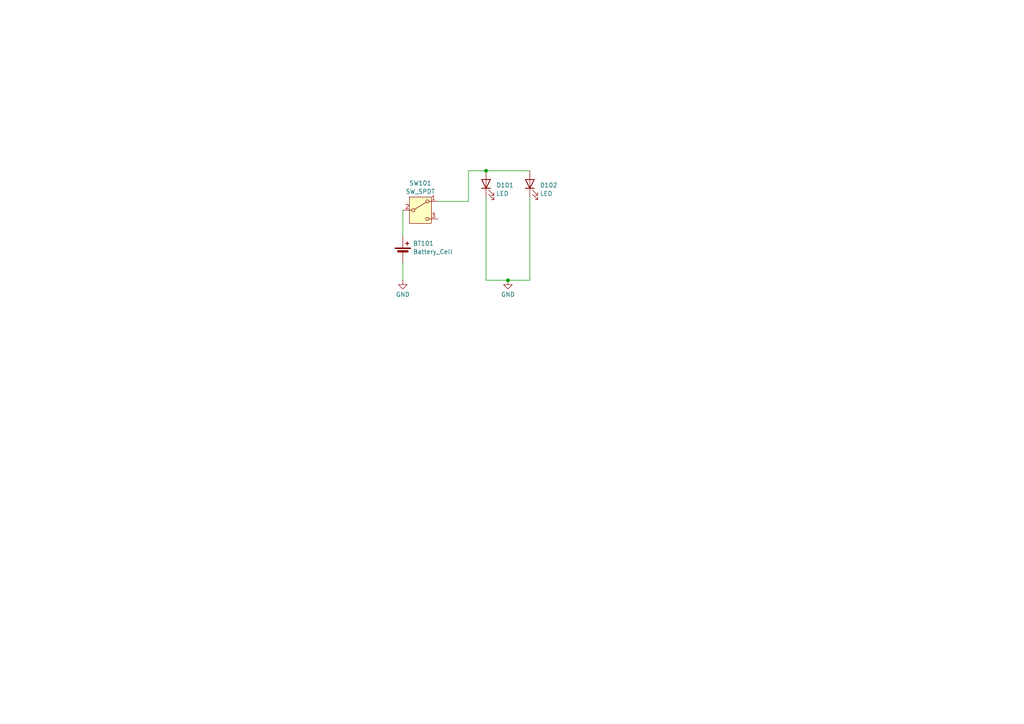
<source format=kicad_sch>
(kicad_sch (version 20231120) (generator "eeschema") (generator_version "8.0")
  (paper "A4")
  (title_block (title "${PROJECT-NAME}") (rev "${REVISION}"))
  (lib_symbols
    (symbol "Device:Battery_Cell" (pin_numbers hide) (pin_names (offset 0) hide)
      (property "Reference" "BT" (at 2.54 2.54 0))
      (property "Value" "Battery_Cell" (at 2.54 0 0))
      (symbol "Battery_Cell_0_1"
        (rectangle (start -2.286 1.778) (end 2.286 1.524) (fill (type outline)))
        (rectangle (start -1.524 1.016) (end 1.524 0.508) (fill (type outline)))
        (polyline (pts (xy 0 0.762) (xy 0 0)))
        (polyline (pts (xy 0 1.778) (xy 0 2.54)))
        (polyline (pts (xy 0.762 3.048) (xy 1.778 3.048)) (stroke (width 0.254)))
        (polyline (pts (xy 1.27 3.556) (xy 1.27 2.54)) (stroke (width 0.254)))
      )
      (symbol "Battery_Cell_1_1"
        (pin passive line (at 0 5.08 270) (length 2.54) (name "+") (number "1"))
        (pin passive line (at 0 -2.54 90) (length 2.54) (name "-") (number "2"))
      )
    )
    (symbol "Device:LED" (pin_numbers hide) (pin_names (offset 1.016) hide)
      (property "Reference" "D" (at 0 2.54 0))
      (property "Value" "LED" (at 0 -2.54 0))
      (symbol "LED_0_1"
        (polyline (pts (xy -1.27 -1.27) (xy -1.27 1.27)) (stroke (width 0.254)))
        (polyline (pts (xy -1.27 0) (xy 1.27 0)))
        (polyline (pts (xy 1.27 -1.27) (xy 1.27 1.27) (xy -1.27 0) (xy 1.27 -1.27)) (stroke (width 0.254)))
        (polyline (pts (xy -3.048 -0.762) (xy -4.572 -2.286) (xy -3.81 -2.286) (xy -4.572 -2.286) (xy -4.572 -1.524)))
        (polyline (pts (xy -1.778 -0.762) (xy -3.302 -2.286) (xy -2.54 -2.286) (xy -3.302 -2.286) (xy -3.302 -1.524)))
      )
      (symbol "LED_1_1"
        (pin passive line (at -3.81 0 0) (length 2.54) (name "K") (number "1"))
        (pin passive line (at 3.81 0 180) (length 2.54) (name "A") (number "2"))
      )
    )
    (symbol "Switch:SW_SPDT" (pin_names (offset 0) hide)
      (property "Reference" "SW" (at 0 5.08 0))
      (property "Value" "SW_SPDT" (at 0 -5.08 0))
      (symbol "SW_SPDT_0_1"
        (circle (center -2.032 0) (radius 0.4572))
        (polyline (pts (xy -1.651 0.254) (xy 1.651 2.286)))
        (circle (center 2.032 -2.54) (radius 0.4572))
        (circle (center 2.032 2.54) (radius 0.4572))
      )
      (symbol "SW_SPDT_1_1"
        (rectangle (start -3.175 3.81) (end 3.175 -3.81) (fill (type background)))
        (pin passive line (at 5.08 2.54 180) (length 2.54) (name "A") (number "1"))
        (pin passive line (at -5.08 0 0) (length 2.54) (name "B") (number "2"))
        (pin passive line (at 5.08 -2.54 180) (length 2.54) (name "C") (number "3"))
      )
    )
    (symbol "power:GND" (power) (pin_numbers hide) (pin_names (offset 0) hide)
      (property "Value" "GND" (at 0 -3.81 0))
      (symbol "GND_0_1"
        (polyline (pts (xy 0 0) (xy 0 -1.27) (xy 1.27 -1.27) (xy 0 -2.54) (xy -1.27 -1.27) (xy 0 -1.27)))
      )
      (symbol "GND_1_1"
        (pin power_in line (at 0 0 270) (length 0) (name "~") (number "1"))
      )
    )
  )
  (junction (at 140.97 49.53))
  (junction (at 147.32 81.28))
  (wire (pts (xy 135.89 58.42) (xy 135.89 49.53)))
  (wire (pts (xy 116.84 76.2) (xy 116.84 81.28)))
  (wire (pts (xy 116.84 60.96) (xy 116.84 68.58)))
  (wire (pts (xy 140.97 57.15) (xy 140.97 81.28)))
  (wire (pts (xy 140.97 81.28) (xy 147.32 81.28)))
  (wire (pts (xy 153.67 57.15) (xy 153.67 81.28)))
  (wire (pts (xy 127 58.42) (xy 135.89 58.42)))
  (wire (pts (xy 147.32 81.28) (xy 153.67 81.28)))
  (wire (pts (xy 140.97 49.53) (xy 153.67 49.53)))
  (wire (pts (xy 135.89 49.53) (xy 140.97 49.53)))
  (symbol (lib_id "Device:Battery_Cell") (at 116.84 73.66 0) (unit 1)
    (property "Reference" "BT101" (at 119.761 70.6063 0) (effects (justify left)))
    (property "Value" "Battery_Cell" (at 119.761 73.0306 0) (effects (justify left)))
    (property "Footprint" "Cat-with-Knife:CR1220_Halter" (effects (hide yes)))
    (property "Description" "Single-cell battery" (effects (hide yes)))
  )
  (symbol (lib_id "power:GND") (at 147.32 81.28 0) (unit 1)
    (property "Reference" "#PWR0102" (effects (hide yes)))
    (property "Value" "GND" (at 147.32 85.4131 0))
    (property "Description" "Power symbol creates a global label with name \"GND\" , ground" (effects (hide yes)))
  )
  (symbol (lib_id "Device:LED") (at 140.97 53.34 90) (unit 1)
    (property "Reference" "D101" (at 143.891 53.7153 90) (effects (justify right)))
    (property "Value" "LED" (at 143.891 56.1396 90) (effects (justify right)))
    (property "Footprint" "Cat-with-Knife:LED D5.0mm SMD" (effects (hide yes)))
    (property "Description" "Light emitting diode" (effects (hide yes)))
  )
  (symbol (lib_id "Switch:SW_SPDT") (at 121.92 60.96 0) (unit 1)
    (property "Reference" "SW101" (at 121.92 53.1325 0))
    (property "Value" "SW_SPDT" (at 121.92 55.5568 0))
    (property "Footprint" "Button_Switch_SMD:SW_SPDT_PCM12" (effects (hide yes)))
    (property "Description" "Switch, single pole double throw" (effects (hide yes)))
  )
  (symbol (lib_id "power:GND") (at 116.84 81.28 0) (unit 1)
    (property "Reference" "#PWR0101" (effects (hide yes)))
    (property "Value" "GND" (at 116.84 85.4131 0))
    (property "Description" "Power symbol creates a global label with name \"GND\" , ground" (effects (hide yes)))
  )
  (symbol (lib_id "Device:LED") (at 153.67 53.34 90) (unit 1)
    (property "Reference" "D102" (at 156.591 53.7153 90) (effects (justify right)))
    (property "Value" "LED" (at 156.591 56.1396 90) (effects (justify right)))
    (property "Footprint" "Cat-with-Knife:LED D5.0mm SMD" (effects (hide yes)))
    (property "Description" "Light emitting diode" (effects (hide yes)))
  )
)
</source>
